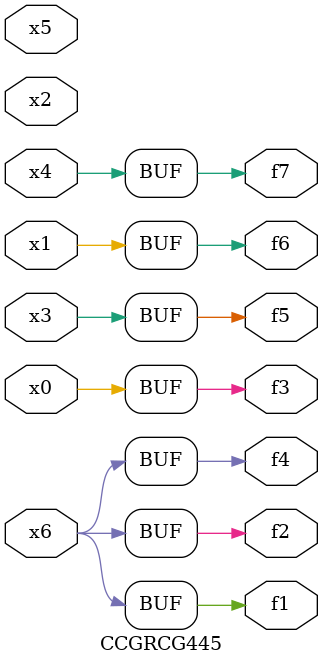
<source format=v>
module CCGRCG445(
	input x0, x1, x2, x3, x4, x5, x6,
	output f1, f2, f3, f4, f5, f6, f7
);
	assign f1 = x6;
	assign f2 = x6;
	assign f3 = x0;
	assign f4 = x6;
	assign f5 = x3;
	assign f6 = x1;
	assign f7 = x4;
endmodule

</source>
